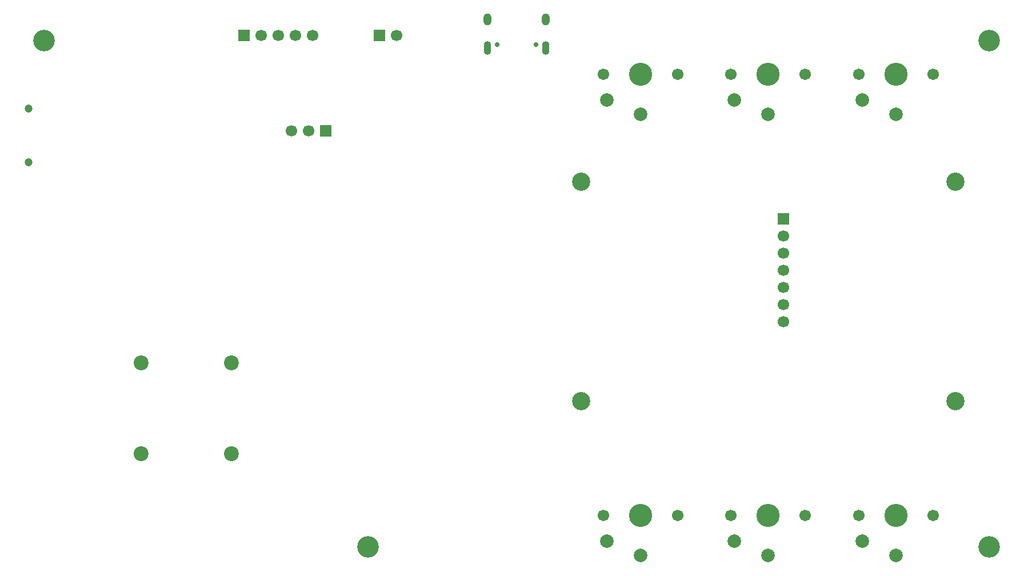
<source format=gbr>
%TF.GenerationSoftware,KiCad,Pcbnew,9.0.7*%
%TF.CreationDate,2026-02-11T23:35:25+11:00*%
%TF.ProjectId,detentOne,64657465-6e74-44f6-9e65-2e6b69636164,rev?*%
%TF.SameCoordinates,Original*%
%TF.FileFunction,Soldermask,Bot*%
%TF.FilePolarity,Negative*%
%FSLAX46Y46*%
G04 Gerber Fmt 4.6, Leading zero omitted, Abs format (unit mm)*
G04 Created by KiCad (PCBNEW 9.0.7) date 2026-02-11 23:35:25*
%MOMM*%
%LPD*%
G01*
G04 APERTURE LIST*
%ADD10C,2.700000*%
%ADD11C,3.200000*%
%ADD12C,1.700000*%
%ADD13R,1.700000X1.700000*%
%ADD14C,2.200000*%
%ADD15C,1.200000*%
%ADD16C,1.701800*%
%ADD17C,3.429000*%
%ADD18C,2.000000*%
%ADD19C,0.700000*%
%ADD20O,1.100000X2.000000*%
%ADD21O,1.200000X1.800000*%
G04 APERTURE END LIST*
D10*
%TO.C,REF\u002A\u002A*%
X224025000Y-109936625D03*
%TD*%
D11*
%TO.C,REF\u002A\u002A*%
X89000000Y-56500000D03*
%TD*%
D12*
%TO.C,J1*%
X198500000Y-98120000D03*
X198500000Y-95580000D03*
X198500000Y-93040000D03*
X198500000Y-90500000D03*
X198500000Y-87960000D03*
X198500000Y-85420000D03*
D13*
X198500000Y-82880000D03*
%TD*%
D11*
%TO.C,REF\u002A\u002A*%
X137000000Y-131500000D03*
%TD*%
%TO.C,REF\u002A\u002A*%
X229000000Y-56500000D03*
%TD*%
D10*
%TO.C,REF\u002A\u002A*%
X224025000Y-77436625D03*
%TD*%
%TO.C,REF\u002A\u002A*%
X168525000Y-77436625D03*
%TD*%
D14*
%TO.C,REF\u002A\u002A*%
X103332500Y-104282500D03*
%TD*%
D10*
%TO.C,REF\u002A\u002A*%
X168525000Y-109936625D03*
%TD*%
D12*
%TO.C,J6*%
X141165000Y-55700000D03*
D13*
X138625000Y-55700000D03*
%TD*%
D11*
%TO.C,REF\u002A\u002A*%
X229000000Y-131500000D03*
%TD*%
D12*
%TO.C,J2*%
X125660000Y-69915000D03*
X128200000Y-69915000D03*
D13*
X130740000Y-69915000D03*
%TD*%
D14*
%TO.C,REF\u002A\u002A*%
X116767500Y-117717500D03*
%TD*%
%TO.C,REF\u002A\u002A*%
X116767500Y-104282500D03*
%TD*%
D12*
%TO.C,J5*%
X128800000Y-55700000D03*
X126260000Y-55700000D03*
X123720000Y-55700000D03*
X121180000Y-55700000D03*
D13*
X118640000Y-55700000D03*
%TD*%
D14*
%TO.C,REF\u002A\u002A*%
X103332500Y-117717500D03*
%TD*%
D15*
%TO.C,Card1*%
X86662500Y-66550000D03*
X86662500Y-74550000D03*
%TD*%
D16*
%TO.C,SW1*%
X171850000Y-61500000D03*
D17*
X177350000Y-61500000D03*
D16*
X182850000Y-61500000D03*
D18*
X177350000Y-67400000D03*
X172350000Y-65300000D03*
%TD*%
D16*
%TO.C,SW2*%
X171875000Y-126900000D03*
D17*
X177375000Y-126900000D03*
D16*
X182875000Y-126900000D03*
D18*
X177375000Y-132800000D03*
X172375000Y-130700000D03*
%TD*%
D16*
%TO.C,SW3*%
X190775000Y-61500000D03*
D17*
X196275000Y-61500000D03*
D16*
X201775000Y-61500000D03*
D18*
X196275000Y-67400000D03*
X191275000Y-65300000D03*
%TD*%
D16*
%TO.C,SW4*%
X209675000Y-126900000D03*
D17*
X215175000Y-126900000D03*
D16*
X220675000Y-126900000D03*
D18*
X215175000Y-132800000D03*
X210175000Y-130700000D03*
%TD*%
D16*
%TO.C,SW5*%
X209700000Y-61500000D03*
D17*
X215200000Y-61500000D03*
D16*
X220700000Y-61500000D03*
D18*
X215200000Y-67400000D03*
X210200000Y-65300000D03*
%TD*%
D16*
%TO.C,SW6*%
X190775000Y-126900000D03*
D17*
X196275000Y-126900000D03*
D16*
X201775000Y-126900000D03*
D18*
X196275000Y-132800000D03*
X191275000Y-130700000D03*
%TD*%
D19*
%TO.C,USB1*%
X161890000Y-57080000D03*
X156110000Y-57080000D03*
D20*
X163320000Y-57610000D03*
D21*
X163320000Y-53400000D03*
D20*
X154680000Y-57610000D03*
D21*
X154680000Y-53400000D03*
%TD*%
M02*

</source>
